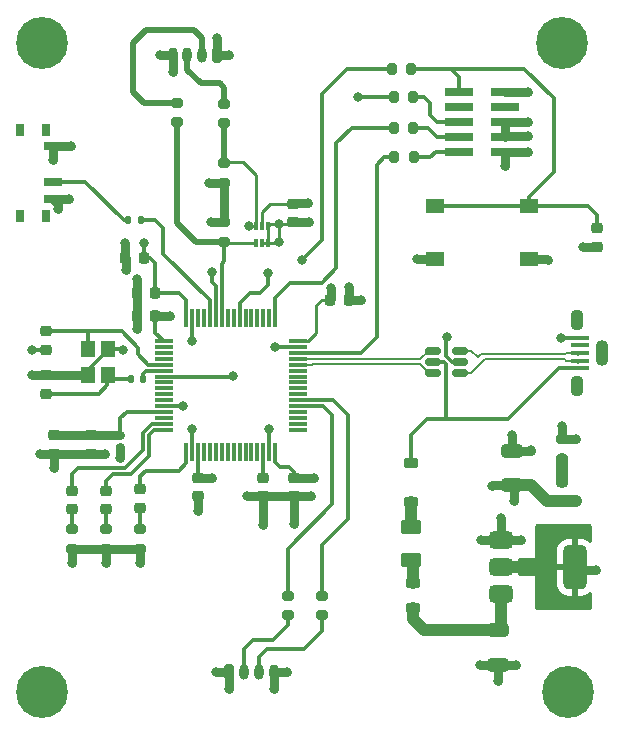
<source format=gbr>
%TF.GenerationSoftware,KiCad,Pcbnew,9.0.0*%
%TF.CreationDate,2025-03-16T21:38:05-04:00*%
%TF.ProjectId,STM32_Dev_Board,53544d33-325f-4446-9576-5f426f617264,rev?*%
%TF.SameCoordinates,Original*%
%TF.FileFunction,Copper,L1,Top*%
%TF.FilePolarity,Positive*%
%FSLAX46Y46*%
G04 Gerber Fmt 4.6, Leading zero omitted, Abs format (unit mm)*
G04 Created by KiCad (PCBNEW 9.0.0) date 2025-03-16 21:38:05*
%MOMM*%
%LPD*%
G01*
G04 APERTURE LIST*
G04 Aperture macros list*
%AMRoundRect*
0 Rectangle with rounded corners*
0 $1 Rounding radius*
0 $2 $3 $4 $5 $6 $7 $8 $9 X,Y pos of 4 corners*
0 Add a 4 corners polygon primitive as box body*
4,1,4,$2,$3,$4,$5,$6,$7,$8,$9,$2,$3,0*
0 Add four circle primitives for the rounded corners*
1,1,$1+$1,$2,$3*
1,1,$1+$1,$4,$5*
1,1,$1+$1,$6,$7*
1,1,$1+$1,$8,$9*
0 Add four rect primitives between the rounded corners*
20,1,$1+$1,$2,$3,$4,$5,0*
20,1,$1+$1,$4,$5,$6,$7,0*
20,1,$1+$1,$6,$7,$8,$9,0*
20,1,$1+$1,$8,$9,$2,$3,0*%
G04 Aperture macros list end*
%TA.AperFunction,SMDPad,CuDef*%
%ADD10RoundRect,0.200000X-0.275000X0.200000X-0.275000X-0.200000X0.275000X-0.200000X0.275000X0.200000X0*%
%TD*%
%TA.AperFunction,SMDPad,CuDef*%
%ADD11RoundRect,0.225000X0.225000X0.250000X-0.225000X0.250000X-0.225000X-0.250000X0.225000X-0.250000X0*%
%TD*%
%TA.AperFunction,ComponentPad*%
%ADD12C,0.700000*%
%TD*%
%TA.AperFunction,ComponentPad*%
%ADD13C,4.400000*%
%TD*%
%TA.AperFunction,SMDPad,CuDef*%
%ADD14RoundRect,0.225000X-0.250000X0.225000X-0.250000X-0.225000X0.250000X-0.225000X0.250000X0.225000X0*%
%TD*%
%TA.AperFunction,SMDPad,CuDef*%
%ADD15RoundRect,0.135000X0.135000X0.185000X-0.135000X0.185000X-0.135000X-0.185000X0.135000X-0.185000X0*%
%TD*%
%TA.AperFunction,SMDPad,CuDef*%
%ADD16RoundRect,0.075000X-0.700000X-0.075000X0.700000X-0.075000X0.700000X0.075000X-0.700000X0.075000X0*%
%TD*%
%TA.AperFunction,SMDPad,CuDef*%
%ADD17RoundRect,0.075000X-0.075000X-0.700000X0.075000X-0.700000X0.075000X0.700000X-0.075000X0.700000X0*%
%TD*%
%TA.AperFunction,SMDPad,CuDef*%
%ADD18RoundRect,0.218750X0.256250X-0.218750X0.256250X0.218750X-0.256250X0.218750X-0.256250X-0.218750X0*%
%TD*%
%TA.AperFunction,SMDPad,CuDef*%
%ADD19RoundRect,0.250000X-0.625000X0.375000X-0.625000X-0.375000X0.625000X-0.375000X0.625000X0.375000X0*%
%TD*%
%TA.AperFunction,SMDPad,CuDef*%
%ADD20RoundRect,0.225000X0.375000X-0.225000X0.375000X0.225000X-0.375000X0.225000X-0.375000X-0.225000X0*%
%TD*%
%TA.AperFunction,SMDPad,CuDef*%
%ADD21RoundRect,0.200000X0.275000X-0.200000X0.275000X0.200000X-0.275000X0.200000X-0.275000X-0.200000X0*%
%TD*%
%TA.AperFunction,SMDPad,CuDef*%
%ADD22RoundRect,0.087500X0.087500X-0.250000X0.087500X0.250000X-0.087500X0.250000X-0.087500X-0.250000X0*%
%TD*%
%TA.AperFunction,SMDPad,CuDef*%
%ADD23R,1.550000X1.300000*%
%TD*%
%TA.AperFunction,ComponentPad*%
%ADD24RoundRect,0.200000X-0.200000X-0.450000X0.200000X-0.450000X0.200000X0.450000X-0.200000X0.450000X0*%
%TD*%
%TA.AperFunction,ComponentPad*%
%ADD25O,0.800000X1.300000*%
%TD*%
%TA.AperFunction,SMDPad,CuDef*%
%ADD26RoundRect,0.375000X-0.625000X-0.375000X0.625000X-0.375000X0.625000X0.375000X-0.625000X0.375000X0*%
%TD*%
%TA.AperFunction,SMDPad,CuDef*%
%ADD27RoundRect,0.500000X-0.500000X-1.400000X0.500000X-1.400000X0.500000X1.400000X-0.500000X1.400000X0*%
%TD*%
%TA.AperFunction,SMDPad,CuDef*%
%ADD28RoundRect,0.200000X0.200000X0.275000X-0.200000X0.275000X-0.200000X-0.275000X0.200000X-0.275000X0*%
%TD*%
%TA.AperFunction,SMDPad,CuDef*%
%ADD29RoundRect,0.218750X-0.256250X0.218750X-0.256250X-0.218750X0.256250X-0.218750X0.256250X0.218750X0*%
%TD*%
%TA.AperFunction,SMDPad,CuDef*%
%ADD30RoundRect,0.150000X0.512500X0.150000X-0.512500X0.150000X-0.512500X-0.150000X0.512500X-0.150000X0*%
%TD*%
%TA.AperFunction,SMDPad,CuDef*%
%ADD31RoundRect,0.147500X0.172500X-0.147500X0.172500X0.147500X-0.172500X0.147500X-0.172500X-0.147500X0*%
%TD*%
%TA.AperFunction,SMDPad,CuDef*%
%ADD32R,1.500000X0.450000*%
%TD*%
%TA.AperFunction,HeatsinkPad*%
%ADD33O,1.100000X1.800000*%
%TD*%
%TA.AperFunction,HeatsinkPad*%
%ADD34O,1.100000X2.200000*%
%TD*%
%TA.AperFunction,SMDPad,CuDef*%
%ADD35RoundRect,0.250000X-0.650000X0.325000X-0.650000X-0.325000X0.650000X-0.325000X0.650000X0.325000X0*%
%TD*%
%TA.AperFunction,ComponentPad*%
%ADD36RoundRect,0.200000X0.200000X0.450000X-0.200000X0.450000X-0.200000X-0.450000X0.200000X-0.450000X0*%
%TD*%
%TA.AperFunction,SMDPad,CuDef*%
%ADD37RoundRect,0.218750X-0.381250X0.218750X-0.381250X-0.218750X0.381250X-0.218750X0.381250X0.218750X0*%
%TD*%
%TA.AperFunction,SMDPad,CuDef*%
%ADD38R,2.400000X0.740000*%
%TD*%
%TA.AperFunction,SMDPad,CuDef*%
%ADD39RoundRect,0.250000X0.650000X-0.325000X0.650000X0.325000X-0.650000X0.325000X-0.650000X-0.325000X0*%
%TD*%
%TA.AperFunction,SMDPad,CuDef*%
%ADD40RoundRect,0.225000X0.250000X-0.225000X0.250000X0.225000X-0.250000X0.225000X-0.250000X-0.225000X0*%
%TD*%
%TA.AperFunction,SMDPad,CuDef*%
%ADD41R,0.800000X1.000000*%
%TD*%
%TA.AperFunction,SMDPad,CuDef*%
%ADD42R,1.500000X0.700000*%
%TD*%
%TA.AperFunction,SMDPad,CuDef*%
%ADD43R,1.200000X1.400000*%
%TD*%
%TA.AperFunction,SMDPad,CuDef*%
%ADD44RoundRect,0.225000X-0.225000X-0.250000X0.225000X-0.250000X0.225000X0.250000X-0.225000X0.250000X0*%
%TD*%
%TA.AperFunction,ViaPad*%
%ADD45C,0.800000*%
%TD*%
%TA.AperFunction,Conductor*%
%ADD46C,0.300000*%
%TD*%
%TA.AperFunction,Conductor*%
%ADD47C,0.750000*%
%TD*%
%TA.AperFunction,Conductor*%
%ADD48C,0.250000*%
%TD*%
%TA.AperFunction,Conductor*%
%ADD49C,1.000000*%
%TD*%
%TA.AperFunction,Conductor*%
%ADD50C,0.200000*%
%TD*%
%TA.AperFunction,Conductor*%
%ADD51C,0.500000*%
%TD*%
G04 APERTURE END LIST*
D10*
%TO.P,R5,1*%
%TO.N,Net-(D1-K)*%
X121500000Y-128187500D03*
%TO.P,R5,2*%
%TO.N,GND*%
X121500000Y-129837500D03*
%TD*%
D11*
%TO.P,C7,1*%
%TO.N,+3.3V*%
X128575000Y-108200000D03*
%TO.P,C7,2*%
%TO.N,GND*%
X127025000Y-108200000D03*
%TD*%
D12*
%TO.P,H4,1,1*%
%TO.N,GND*%
X161850000Y-142000000D03*
X162333274Y-140833274D03*
X162333274Y-143166726D03*
X163500000Y-140350000D03*
D13*
X163500000Y-142000000D03*
D12*
X163500000Y-143650000D03*
X164666726Y-140833274D03*
X164666726Y-143166726D03*
X165150000Y-142000000D03*
%TD*%
D14*
%TO.P,C11,1*%
%TO.N,+3.3VA*%
X120000000Y-120225000D03*
%TO.P,C11,2*%
%TO.N,GND*%
X120000000Y-121775000D03*
%TD*%
D10*
%TO.P,R2,1*%
%TO.N,+3.3V*%
X134400000Y-102175000D03*
%TO.P,R2,2*%
%TO.N,I2C_SCL*%
X134400000Y-103825000D03*
%TD*%
D15*
%TO.P,R4,1*%
%TO.N,HSE_OUT*%
X127510000Y-115500000D03*
%TO.P,R4,2*%
%TO.N,Net-(C13-Pad1)*%
X126490000Y-115500000D03*
%TD*%
D16*
%TO.P,U5,1,VBAT*%
%TO.N,+3.3V*%
X129275000Y-112250000D03*
%TO.P,U5,2,PC13*%
%TO.N,unconnected-(U5-PC13-Pad2)*%
X129275000Y-112750000D03*
%TO.P,U5,3,PC14*%
%TO.N,unconnected-(U5-PC14-Pad3)*%
X129275000Y-113250000D03*
%TO.P,U5,4,PC15*%
%TO.N,unconnected-(U5-PC15-Pad4)*%
X129275000Y-113750000D03*
%TO.P,U5,5,PH0*%
%TO.N,HSE_IN*%
X129275000Y-114250000D03*
%TO.P,U5,6,PH1*%
%TO.N,HSE_OUT*%
X129275000Y-114750000D03*
%TO.P,U5,7,NRST*%
%TO.N,NRST*%
X129275000Y-115250000D03*
%TO.P,U5,8,PC0*%
%TO.N,unconnected-(U5-PC0-Pad8)*%
X129275000Y-115750000D03*
%TO.P,U5,9,PC1*%
%TO.N,unconnected-(U5-PC1-Pad9)*%
X129275000Y-116250000D03*
%TO.P,U5,10,PC2*%
%TO.N,unconnected-(U5-PC2-Pad10)*%
X129275000Y-116750000D03*
%TO.P,U5,11,PC3*%
%TO.N,unconnected-(U5-PC3-Pad11)*%
X129275000Y-117250000D03*
%TO.P,U5,12,VSSA*%
%TO.N,GND*%
X129275000Y-117750000D03*
%TO.P,U5,13,VDDA*%
%TO.N,+3.3VA*%
X129275000Y-118250000D03*
%TO.P,U5,14,PA0*%
%TO.N,unconnected-(U5-PA0-Pad14)*%
X129275000Y-118750000D03*
%TO.P,U5,15,PA1*%
%TO.N,LED_R*%
X129275000Y-119250000D03*
%TO.P,U5,16,PA2*%
%TO.N,LED_G*%
X129275000Y-119750000D03*
D17*
%TO.P,U5,17,PA3*%
%TO.N,LED_B*%
X131200000Y-121675000D03*
%TO.P,U5,18,VSS*%
%TO.N,GND*%
X131700000Y-121675000D03*
%TO.P,U5,19,VDD*%
%TO.N,+3.3V*%
X132200000Y-121675000D03*
%TO.P,U5,20,PA4*%
%TO.N,unconnected-(U5-PA4-Pad20)*%
X132700000Y-121675000D03*
%TO.P,U5,21,PA5*%
%TO.N,unconnected-(U5-PA5-Pad21)*%
X133200000Y-121675000D03*
%TO.P,U5,22,PA6*%
%TO.N,unconnected-(U5-PA6-Pad22)*%
X133700000Y-121675000D03*
%TO.P,U5,23,PA7*%
%TO.N,unconnected-(U5-PA7-Pad23)*%
X134200000Y-121675000D03*
%TO.P,U5,24,PC4*%
%TO.N,unconnected-(U5-PC4-Pad24)*%
X134700000Y-121675000D03*
%TO.P,U5,25,PC5*%
%TO.N,unconnected-(U5-PC5-Pad25)*%
X135200000Y-121675000D03*
%TO.P,U5,26,PB0*%
%TO.N,unconnected-(U5-PB0-Pad26)*%
X135700000Y-121675000D03*
%TO.P,U5,27,PB1*%
%TO.N,unconnected-(U5-PB1-Pad27)*%
X136200000Y-121675000D03*
%TO.P,U5,28,PB2*%
%TO.N,unconnected-(U5-PB2-Pad28)*%
X136700000Y-121675000D03*
%TO.P,U5,29,PB10*%
%TO.N,unconnected-(U5-PB10-Pad29)*%
X137200000Y-121675000D03*
%TO.P,U5,30,VCAP1*%
%TO.N,Net-(U5-VCAP1)*%
X137700000Y-121675000D03*
%TO.P,U5,31,VSS*%
%TO.N,GND*%
X138200000Y-121675000D03*
%TO.P,U5,32,VDD*%
%TO.N,+3.3V*%
X138700000Y-121675000D03*
D16*
%TO.P,U5,33,PB12*%
%TO.N,unconnected-(U5-PB12-Pad33)*%
X140625000Y-119750000D03*
%TO.P,U5,34,PB13*%
%TO.N,unconnected-(U5-PB13-Pad34)*%
X140625000Y-119250000D03*
%TO.P,U5,35,PB14*%
%TO.N,unconnected-(U5-PB14-Pad35)*%
X140625000Y-118750000D03*
%TO.P,U5,36,PB15*%
%TO.N,unconnected-(U5-PB15-Pad36)*%
X140625000Y-118250000D03*
%TO.P,U5,37,PC6*%
%TO.N,USART1_TX*%
X140625000Y-117750000D03*
%TO.P,U5,38,PC7*%
%TO.N,USART1_RX*%
X140625000Y-117250000D03*
%TO.P,U5,39,PC8*%
%TO.N,unconnected-(U5-PC8-Pad39)*%
X140625000Y-116750000D03*
%TO.P,U5,40,PC9*%
%TO.N,unconnected-(U5-PC9-Pad40)*%
X140625000Y-116250000D03*
%TO.P,U5,41,PA8*%
%TO.N,unconnected-(U5-PA8-Pad41)*%
X140625000Y-115750000D03*
%TO.P,U5,42,PA9*%
%TO.N,unconnected-(U5-PA9-Pad42)*%
X140625000Y-115250000D03*
%TO.P,U5,43,PA10*%
%TO.N,unconnected-(U5-PA10-Pad43)*%
X140625000Y-114750000D03*
%TO.P,U5,44,PA11*%
%TO.N,USB_D-*%
X140625000Y-114250000D03*
%TO.P,U5,45,PA12*%
%TO.N,USB_D+*%
X140625000Y-113750000D03*
%TO.P,U5,46,PA13*%
%TO.N,SWDIO*%
X140625000Y-113250000D03*
%TO.P,U5,47,VSS*%
%TO.N,GND*%
X140625000Y-112750000D03*
%TO.P,U5,48,VDD*%
%TO.N,+3.3V*%
X140625000Y-112250000D03*
D17*
%TO.P,U5,49,PA14*%
%TO.N,SWCLK*%
X138700000Y-110325000D03*
%TO.P,U5,50,PA15*%
%TO.N,unconnected-(U5-PA15-Pad50)*%
X138200000Y-110325000D03*
%TO.P,U5,51,PC10*%
%TO.N,unconnected-(U5-PC10-Pad51)*%
X137700000Y-110325000D03*
%TO.P,U5,52,PC11*%
%TO.N,unconnected-(U5-PC11-Pad52)*%
X137200000Y-110325000D03*
%TO.P,U5,53,PC12*%
%TO.N,unconnected-(U5-PC12-Pad53)*%
X136700000Y-110325000D03*
%TO.P,U5,54,PD2*%
%TO.N,unconnected-(U5-PD2-Pad54)*%
X136200000Y-110325000D03*
%TO.P,U5,55,PB3*%
%TO.N,SWO*%
X135700000Y-110325000D03*
%TO.P,U5,56,PB4*%
%TO.N,unconnected-(U5-PB4-Pad56)*%
X135200000Y-110325000D03*
%TO.P,U5,57,PB5*%
%TO.N,unconnected-(U5-PB5-Pad57)*%
X134700000Y-110325000D03*
%TO.P,U5,58,PB6*%
%TO.N,I2C_SCL*%
X134200000Y-110325000D03*
%TO.P,U5,59,PB7*%
%TO.N,I2C_SDA*%
X133700000Y-110325000D03*
%TO.P,U5,60,BOOT0*%
%TO.N,BOOT0*%
X133200000Y-110325000D03*
%TO.P,U5,61,PB8*%
%TO.N,unconnected-(U5-PB8-Pad61)*%
X132700000Y-110325000D03*
%TO.P,U5,62,PB9*%
%TO.N,unconnected-(U5-PB9-Pad62)*%
X132200000Y-110325000D03*
%TO.P,U5,63,VSS*%
%TO.N,GND*%
X131700000Y-110325000D03*
%TO.P,U5,64,VDD*%
%TO.N,+3.3V*%
X131200000Y-110325000D03*
%TD*%
D18*
%TO.P,D1,1,K*%
%TO.N,Net-(D1-K)*%
X121500000Y-126500000D03*
%TO.P,D1,2,A*%
%TO.N,LED_R*%
X121500000Y-124925000D03*
%TD*%
D15*
%TO.P,R3,1*%
%TO.N,BOOT0*%
X127310000Y-102000000D03*
%TO.P,R3,2*%
%TO.N,Net-(SW1-B)*%
X126290000Y-102000000D03*
%TD*%
D10*
%TO.P,R16,1*%
%TO.N,USART1_RX*%
X142700000Y-133800000D03*
%TO.P,R16,2*%
%TO.N,Net-(J4-Pin_3)*%
X142700000Y-135450000D03*
%TD*%
D19*
%TO.P,F1,1*%
%TO.N,Net-(D2-K)*%
X150250000Y-128000000D03*
%TO.P,F1,2*%
%TO.N,Net-(F1-Pad2)*%
X150250000Y-130800000D03*
%TD*%
D20*
%TO.P,D2,1,K*%
%TO.N,Net-(D2-K)*%
X150200000Y-125850000D03*
%TO.P,D2,2,A*%
%TO.N,+5V*%
X150200000Y-122550000D03*
%TD*%
D21*
%TO.P,R11,1*%
%TO.N,I2C_SCL*%
X130400000Y-93725000D03*
%TO.P,R11,2*%
%TO.N,Net-(J3-Pin_2)*%
X130400000Y-92075000D03*
%TD*%
D22*
%TO.P,U2,1,SCL*%
%TO.N,I2C_SCL*%
X137100000Y-103912500D03*
%TO.P,U2,2,GND*%
%TO.N,GND*%
X137600000Y-103912500D03*
%TO.P,U2,3,ALERT*%
X138100000Y-103912500D03*
%TO.P,U2,4,ADD0*%
X138100000Y-102487500D03*
%TO.P,U2,5,V+*%
%TO.N,+3.3V*%
X137600000Y-102487500D03*
%TO.P,U2,6,SDA*%
%TO.N,I2C_SDA*%
X137100000Y-102487500D03*
%TD*%
D23*
%TO.P,SW2,1,1*%
%TO.N,GND*%
X160175000Y-105320000D03*
X152225000Y-105320000D03*
%TO.P,SW2,2,2*%
%TO.N,Net-(J1-Pin_10)*%
X160175000Y-100820000D03*
X152225000Y-100820000D03*
%TD*%
D21*
%TO.P,R12,1*%
%TO.N,I2C_SDA*%
X134400000Y-93825000D03*
%TO.P,R12,2*%
%TO.N,Net-(J3-Pin_3)*%
X134400000Y-92175000D03*
%TD*%
D24*
%TO.P,J4,1,Pin_1*%
%TO.N,+3.3V*%
X134825000Y-140300000D03*
D25*
%TO.P,J4,2,Pin_2*%
%TO.N,Net-(J4-Pin_2)*%
X136075000Y-140300000D03*
%TO.P,J4,3,Pin_3*%
%TO.N,Net-(J4-Pin_3)*%
X137325000Y-140300000D03*
%TO.P,J4,4,Pin_4*%
%TO.N,GND*%
X138575000Y-140300000D03*
%TD*%
D14*
%TO.P,C14,1*%
%TO.N,Net-(J1-Pin_10)*%
X166000000Y-102695000D03*
%TO.P,C14,2*%
%TO.N,GND*%
X166000000Y-104245000D03*
%TD*%
D10*
%TO.P,R13,1*%
%TO.N,Net-(D5-K)*%
X127300000Y-128175000D03*
%TO.P,R13,2*%
%TO.N,GND*%
X127300000Y-129825000D03*
%TD*%
%TO.P,R15,1*%
%TO.N,USART1_TX*%
X139800000Y-133800000D03*
%TO.P,R15,2*%
%TO.N,Net-(J4-Pin_2)*%
X139800000Y-135450000D03*
%TD*%
D14*
%TO.P,C17,1*%
%TO.N,Net-(U5-VCAP1)*%
X137700000Y-123825000D03*
%TO.P,C17,2*%
%TO.N,GND*%
X137700000Y-125375000D03*
%TD*%
D26*
%TO.P,U3,1,GND*%
%TO.N,GND*%
X157800000Y-129100000D03*
%TO.P,U3,2,VO*%
%TO.N,+3.3V*%
X157800000Y-131400000D03*
D27*
X164100000Y-131400000D03*
D26*
%TO.P,U3,3,VI*%
%TO.N,Net-(U3-VI)*%
X157800000Y-133700000D03*
%TD*%
D28*
%TO.P,R6,1*%
%TO.N,Net-(J1-Pin_2)*%
X150425000Y-96670000D03*
%TO.P,R6,2*%
%TO.N,SWDIO*%
X148775000Y-96670000D03*
%TD*%
%TO.P,R7,1*%
%TO.N,Net-(J1-Pin_4)*%
X150400000Y-94170000D03*
%TO.P,R7,2*%
%TO.N,SWCLK*%
X148750000Y-94170000D03*
%TD*%
D29*
%TO.P,D4,1,K*%
%TO.N,Net-(D4-K)*%
X163000000Y-124212500D03*
%TO.P,D4,2,A*%
%TO.N,+3.3V*%
X163000000Y-125787500D03*
%TD*%
D14*
%TO.P,C10,1*%
%TO.N,+3.3VA*%
X123100000Y-120225000D03*
%TO.P,C10,2*%
%TO.N,GND*%
X123100000Y-121775000D03*
%TD*%
D12*
%TO.P,H1,1,1*%
%TO.N,GND*%
X117350000Y-142000000D03*
X117833274Y-140833274D03*
X117833274Y-143166726D03*
X119000000Y-140350000D03*
D13*
X119000000Y-142000000D03*
D12*
X119000000Y-143650000D03*
X120166726Y-140833274D03*
X120166726Y-143166726D03*
X120650000Y-142000000D03*
%TD*%
D30*
%TO.P,U4,1,I/O1*%
%TO.N,USB_CONN_D-*%
X154337500Y-114950000D03*
%TO.P,U4,2,GND*%
%TO.N,GND*%
X154337500Y-114000000D03*
%TO.P,U4,3,I/O2*%
%TO.N,USB_CONN_D+*%
X154337500Y-113050000D03*
%TO.P,U4,4,I/O2*%
%TO.N,USB_D+*%
X152062500Y-113050000D03*
%TO.P,U4,5,VBUS*%
%TO.N,+5V*%
X152062500Y-114000000D03*
%TO.P,U4,6,I/O1*%
%TO.N,USB_D-*%
X152062500Y-114950000D03*
%TD*%
D12*
%TO.P,H2,1,1*%
%TO.N,GND*%
X161350000Y-87000000D03*
X161833274Y-85833274D03*
X161833274Y-88166726D03*
X163000000Y-85350000D03*
D13*
X163000000Y-87000000D03*
D12*
X163000000Y-88650000D03*
X164166726Y-85833274D03*
X164166726Y-88166726D03*
X164650000Y-87000000D03*
%TD*%
D31*
%TO.P,L1,1*%
%TO.N,+3.3V*%
X125600000Y-121185000D03*
%TO.P,L1,2*%
%TO.N,+3.3VA*%
X125600000Y-120215000D03*
%TD*%
D28*
%TO.P,R8,1*%
%TO.N,Net-(J1-Pin_6)*%
X150400000Y-91570000D03*
%TO.P,R8,2*%
%TO.N,SWO*%
X148750000Y-91570000D03*
%TD*%
D32*
%TO.P,J2,1,VBUS*%
%TO.N,+5V*%
X164500000Y-114550000D03*
%TO.P,J2,2,D-*%
%TO.N,USB_CONN_D-*%
X164500000Y-113900000D03*
%TO.P,J2,3,D+*%
%TO.N,USB_CONN_D+*%
X164500000Y-113250000D03*
%TO.P,J2,4,ID*%
%TO.N,unconnected-(J2-ID-Pad4)*%
X164500000Y-112600000D03*
%TO.P,J2,5,GND*%
%TO.N,GND*%
X164500000Y-111950000D03*
D33*
%TO.P,J2,6,Shield*%
%TO.N,unconnected-(J2-Shield-Pad6)_1*%
X164250000Y-116050000D03*
D34*
%TO.N,unconnected-(J2-Shield-Pad6)_2*%
X166400000Y-113250000D03*
D33*
%TO.N,unconnected-(J2-Shield-Pad6)*%
X164250000Y-110450000D03*
%TD*%
D14*
%TO.P,C12,1*%
%TO.N,+3.3V*%
X140200000Y-100625000D03*
%TO.P,C12,2*%
%TO.N,GND*%
X140200000Y-102175000D03*
%TD*%
D35*
%TO.P,C15,1*%
%TO.N,Net-(U3-VI)*%
X157600000Y-136725000D03*
%TO.P,C15,2*%
%TO.N,GND*%
X157600000Y-139675000D03*
%TD*%
D36*
%TO.P,J3,1,Pin_1*%
%TO.N,+3.3V*%
X133775000Y-88000000D03*
D25*
%TO.P,J3,2,Pin_2*%
%TO.N,Net-(J3-Pin_2)*%
X132525000Y-88000000D03*
%TO.P,J3,3,Pin_3*%
%TO.N,Net-(J3-Pin_3)*%
X131275000Y-88000000D03*
%TO.P,J3,4,Pin_4*%
%TO.N,GND*%
X130025000Y-88000000D03*
%TD*%
D37*
%TO.P,FB1,1*%
%TO.N,Net-(F1-Pad2)*%
X150400000Y-132737500D03*
%TO.P,FB1,2*%
%TO.N,Net-(U3-VI)*%
X150400000Y-134862500D03*
%TD*%
D38*
%TO.P,J1,1,Pin_1*%
%TO.N,+3.3V*%
X158150000Y-96210000D03*
%TO.P,J1,2,Pin_2*%
%TO.N,Net-(J1-Pin_2)*%
X154250000Y-96210000D03*
%TO.P,J1,3,Pin_3*%
%TO.N,GND*%
X158150000Y-94940000D03*
%TO.P,J1,4,Pin_4*%
%TO.N,Net-(J1-Pin_4)*%
X154250000Y-94940000D03*
%TO.P,J1,5,Pin_5*%
%TO.N,GND*%
X158150000Y-93670000D03*
%TO.P,J1,6,Pin_6*%
%TO.N,Net-(J1-Pin_6)*%
X154250000Y-93670000D03*
%TO.P,J1,7,Pin_7*%
%TO.N,unconnected-(J1-Pin_7-Pad7)*%
X158150000Y-92400000D03*
%TO.P,J1,8,Pin_8*%
%TO.N,unconnected-(J1-Pin_8-Pad8)*%
X154250000Y-92400000D03*
%TO.P,J1,9,Pin_9*%
%TO.N,GND*%
X158150000Y-91130000D03*
%TO.P,J1,10,Pin_10*%
%TO.N,Net-(J1-Pin_10)*%
X154250000Y-91130000D03*
%TD*%
D11*
%TO.P,C8,1*%
%TO.N,+3.3V*%
X128575000Y-110100000D03*
%TO.P,C8,2*%
%TO.N,GND*%
X127025000Y-110100000D03*
%TD*%
D39*
%TO.P,C16,1*%
%TO.N,+3.3V*%
X158800000Y-124475000D03*
%TO.P,C16,2*%
%TO.N,GND*%
X158800000Y-121525000D03*
%TD*%
D21*
%TO.P,R14,1*%
%TO.N,Net-(D4-K)*%
X163000000Y-122225000D03*
%TO.P,R14,2*%
%TO.N,GND*%
X163000000Y-120575000D03*
%TD*%
D14*
%TO.P,C5,1*%
%TO.N,+3.3V*%
X140300000Y-123825000D03*
%TO.P,C5,2*%
%TO.N,GND*%
X140300000Y-125375000D03*
%TD*%
%TO.P,C9,1*%
%TO.N,HSE_IN*%
X119300000Y-111425000D03*
%TO.P,C9,2*%
%TO.N,GND*%
X119300000Y-112975000D03*
%TD*%
D18*
%TO.P,D3,1,K*%
%TO.N,Net-(D3-K)*%
X124400000Y-126487500D03*
%TO.P,D3,2,A*%
%TO.N,LED_G*%
X124400000Y-124912500D03*
%TD*%
D12*
%TO.P,H3,1,1*%
%TO.N,GND*%
X117350000Y-87000000D03*
X117833274Y-85833274D03*
X117833274Y-88166726D03*
X119000000Y-85350000D03*
D13*
X119000000Y-87000000D03*
D12*
X119000000Y-88650000D03*
X120166726Y-85833274D03*
X120166726Y-88166726D03*
X120650000Y-87000000D03*
%TD*%
D11*
%TO.P,C1,1*%
%TO.N,+3.3V*%
X127575000Y-105200000D03*
%TO.P,C1,2*%
%TO.N,GND*%
X126025000Y-105200000D03*
%TD*%
D28*
%TO.P,R9,1*%
%TO.N,Net-(J1-Pin_10)*%
X150250000Y-89200000D03*
%TO.P,R9,2*%
%TO.N,NRST*%
X148600000Y-89200000D03*
%TD*%
D18*
%TO.P,D5,1,K*%
%TO.N,Net-(D5-K)*%
X127300000Y-126387500D03*
%TO.P,D5,2,A*%
%TO.N,LED_B*%
X127300000Y-124812500D03*
%TD*%
D40*
%TO.P,C13,1*%
%TO.N,Net-(C13-Pad1)*%
X119300000Y-116700000D03*
%TO.P,C13,2*%
%TO.N,GND*%
X119300000Y-115150000D03*
%TD*%
D41*
%TO.P,SW1,*%
%TO.N,*%
X119280000Y-94350000D03*
X117070000Y-94350000D03*
X119280000Y-101650000D03*
X117070000Y-101650000D03*
D42*
%TO.P,SW1,1,A*%
%TO.N,+3.3V*%
X119930000Y-95750000D03*
%TO.P,SW1,2,B*%
%TO.N,Net-(SW1-B)*%
X119930000Y-98750000D03*
%TO.P,SW1,3,C*%
%TO.N,GND*%
X119930000Y-100250000D03*
%TD*%
D21*
%TO.P,R1,1*%
%TO.N,+3.3V*%
X134400000Y-98825000D03*
%TO.P,R1,2*%
%TO.N,I2C_SDA*%
X134400000Y-97175000D03*
%TD*%
D43*
%TO.P,Y1,1,1*%
%TO.N,HSE_IN*%
X122850000Y-112900000D03*
%TO.P,Y1,2,2*%
%TO.N,GND*%
X122850000Y-115100000D03*
%TO.P,Y1,3,3*%
%TO.N,Net-(C13-Pad1)*%
X124550000Y-115100000D03*
%TO.P,Y1,4,4*%
%TO.N,GND*%
X124550000Y-112900000D03*
%TD*%
D14*
%TO.P,C3,1*%
%TO.N,+3.3V*%
X132200000Y-123825000D03*
%TO.P,C3,2*%
%TO.N,GND*%
X132200000Y-125375000D03*
%TD*%
D10*
%TO.P,R10,1*%
%TO.N,Net-(D3-K)*%
X124400000Y-128175000D03*
%TO.P,R10,2*%
%TO.N,GND*%
X124400000Y-129825000D03*
%TD*%
D44*
%TO.P,C6,1*%
%TO.N,+3.3V*%
X143375000Y-108750000D03*
%TO.P,C6,2*%
%TO.N,GND*%
X144925000Y-108750000D03*
%TD*%
D45*
%TO.N,GND*%
X118825000Y-121775000D03*
X121500000Y-131000000D03*
X139700000Y-140300000D03*
X160100000Y-93700000D03*
X159500000Y-129100000D03*
X130900000Y-117750000D03*
X156025000Y-139675000D03*
X150700000Y-105300000D03*
X157600000Y-141000000D03*
X127025000Y-111225000D03*
X164800000Y-104300000D03*
X138200000Y-119700000D03*
X157800000Y-127200000D03*
X158800000Y-120200000D03*
X125850000Y-113000000D03*
X153250000Y-111900000D03*
X160100000Y-94900000D03*
X141775000Y-125375000D03*
X124275000Y-121775000D03*
X129000000Y-88000000D03*
X126050000Y-106200000D03*
X136300000Y-125375000D03*
X131700000Y-119675000D03*
X124400000Y-131000000D03*
X137675000Y-127800000D03*
X132200000Y-126600000D03*
X138675000Y-112750000D03*
X144950000Y-107700000D03*
X138575000Y-141675000D03*
X160100000Y-91150000D03*
X163000000Y-119400000D03*
X160400000Y-121500000D03*
X120000000Y-123000000D03*
X130025000Y-89425000D03*
X164175000Y-120575000D03*
X159075000Y-139675000D03*
X139050000Y-103900000D03*
X162900000Y-111950000D03*
X127025000Y-107025000D03*
X140275000Y-127775000D03*
X126025000Y-103925000D03*
X131700000Y-112225000D03*
X118150000Y-115150000D03*
X156100000Y-129100000D03*
X146000000Y-108750000D03*
X127300000Y-131000000D03*
X161800000Y-105400000D03*
X121250000Y-100250000D03*
X118100000Y-113000000D03*
X141550000Y-102150000D03*
X139050000Y-102350000D03*
X120300000Y-101100000D03*
%TO.N,+3.3V*%
X134800000Y-88000000D03*
X133150000Y-98850000D03*
X161750000Y-133500000D03*
X160100000Y-96200000D03*
X141500000Y-100600000D03*
X164100000Y-134100000D03*
X129800000Y-110100000D03*
X165900000Y-131600000D03*
X119900000Y-96900000D03*
X162750000Y-134000000D03*
X157100000Y-124500000D03*
X161750000Y-129750000D03*
X133700000Y-140300000D03*
X143400000Y-107750000D03*
X142000000Y-123825000D03*
X125600000Y-122150000D03*
X133775000Y-86600000D03*
X158900000Y-125800000D03*
X161750000Y-131000000D03*
X164187500Y-125787500D03*
X133400000Y-123800000D03*
X121450000Y-95750000D03*
X160250000Y-131250000D03*
X161750000Y-132250000D03*
X127600000Y-103950000D03*
X161750000Y-128500000D03*
X133237500Y-102175000D03*
X158150000Y-97450000D03*
X134825000Y-141725000D03*
%TO.N,I2C_SDA*%
X133350000Y-106400000D03*
X136500000Y-102500000D03*
%TO.N,SWO*%
X145700000Y-91600000D03*
X138100000Y-106450000D03*
%TO.N,NRST*%
X135100000Y-115200000D03*
X141000000Y-105400000D03*
%TD*%
D46*
%TO.N,GND*%
X119300000Y-113000000D02*
X118100000Y-113000000D01*
D47*
X146000000Y-108750000D02*
X144925000Y-108750000D01*
D46*
X119300000Y-113000000D02*
X119350000Y-113050000D01*
X153200000Y-113524999D02*
X153200000Y-111950000D01*
D47*
X157800000Y-129100000D02*
X157800000Y-127200000D01*
X119350000Y-115100000D02*
X119300000Y-115150000D01*
X158150000Y-91130000D02*
X160080000Y-91130000D01*
D46*
X124550000Y-112900000D02*
X124550000Y-113000000D01*
D47*
X164175000Y-120575000D02*
X163000000Y-120575000D01*
X121500000Y-129837500D02*
X124387500Y-129837500D01*
X157600000Y-139675000D02*
X157600000Y-141000000D01*
X130025000Y-89425000D02*
X130025000Y-88000000D01*
X160375000Y-121525000D02*
X160400000Y-121500000D01*
D46*
X119300000Y-112975000D02*
X119300000Y-113000000D01*
D47*
X150720000Y-105320000D02*
X150700000Y-105300000D01*
X144950000Y-107700000D02*
X144950000Y-108725000D01*
X124400000Y-129825000D02*
X124400000Y-131000000D01*
X161800000Y-105400000D02*
X161720000Y-105320000D01*
X119930000Y-100250000D02*
X121250000Y-100250000D01*
X124387500Y-129837500D02*
X124400000Y-129825000D01*
D46*
X130900000Y-117750000D02*
X129325000Y-117750000D01*
X138200000Y-121675000D02*
X138200000Y-119700000D01*
X131700000Y-119675000D02*
X131700000Y-121675000D01*
D48*
X138237500Y-102350000D02*
X138100000Y-102487500D01*
X139050000Y-102350000D02*
X140025000Y-102350000D01*
D47*
X158800000Y-121525000D02*
X160375000Y-121525000D01*
X160100000Y-94900000D02*
X158190000Y-94900000D01*
D48*
X138100000Y-102487500D02*
X138100000Y-103912500D01*
D47*
X129000000Y-88000000D02*
X130025000Y-88000000D01*
X158150000Y-93670000D02*
X160070000Y-93670000D01*
D46*
X131700000Y-112225000D02*
X131700000Y-110325000D01*
D47*
X126050000Y-106200000D02*
X126050000Y-105225000D01*
X158800000Y-121525000D02*
X158800000Y-120200000D01*
D48*
X138100000Y-103912500D02*
X139037500Y-103912500D01*
D47*
X159075000Y-139675000D02*
X157600000Y-139675000D01*
X160080000Y-91130000D02*
X160100000Y-91150000D01*
X120000000Y-121775000D02*
X120000000Y-123000000D01*
X124400000Y-129825000D02*
X127300000Y-129825000D01*
X140300000Y-125375000D02*
X141775000Y-125375000D01*
D46*
X153200000Y-111950000D02*
X153250000Y-111900000D01*
D47*
X126025000Y-103925000D02*
X126025000Y-105200000D01*
D46*
X122850000Y-114700000D02*
X122850000Y-115100000D01*
D48*
X139050000Y-103900000D02*
X139050000Y-102350000D01*
D47*
X122850000Y-115100000D02*
X119350000Y-115100000D01*
X161720000Y-105320000D02*
X160175000Y-105320000D01*
X164855000Y-104245000D02*
X166000000Y-104245000D01*
X137700000Y-127775000D02*
X137675000Y-127800000D01*
X127300000Y-129825000D02*
X127300000Y-131000000D01*
X132200000Y-125375000D02*
X132200000Y-126600000D01*
D48*
X138100000Y-103912500D02*
X137600000Y-103912500D01*
D47*
X163000000Y-120575000D02*
X163000000Y-119400000D01*
X127025000Y-107025000D02*
X127025000Y-108200000D01*
D46*
X124550000Y-112900000D02*
X125750000Y-112900000D01*
D47*
X127025000Y-110100000D02*
X127025000Y-108200000D01*
X127025000Y-111225000D02*
X127025000Y-110100000D01*
X121500000Y-129837500D02*
X121500000Y-131000000D01*
X140225000Y-102150000D02*
X140200000Y-102175000D01*
X164800000Y-104300000D02*
X164855000Y-104245000D01*
X118150000Y-115150000D02*
X119300000Y-115150000D01*
X123100000Y-121775000D02*
X120000000Y-121775000D01*
D46*
X125750000Y-112900000D02*
X125850000Y-113000000D01*
X140625000Y-112750000D02*
X138675000Y-112750000D01*
D47*
X141550000Y-102150000D02*
X140225000Y-102150000D01*
X138575000Y-141675000D02*
X138575000Y-140300000D01*
X118825000Y-121775000D02*
X120000000Y-121775000D01*
D48*
X139037500Y-103912500D02*
X139050000Y-103900000D01*
D47*
X140275000Y-125400000D02*
X140300000Y-125375000D01*
X137700000Y-125375000D02*
X136300000Y-125375000D01*
X152225000Y-105320000D02*
X150720000Y-105320000D01*
X160070000Y-93670000D02*
X160100000Y-93700000D01*
D46*
X124550000Y-113000000D02*
X122850000Y-114700000D01*
D47*
X144950000Y-108725000D02*
X144925000Y-108750000D01*
D46*
X164500000Y-111950000D02*
X162900000Y-111950000D01*
D47*
X138575000Y-140300000D02*
X139700000Y-140300000D01*
X158190000Y-94900000D02*
X158150000Y-94940000D01*
X119930000Y-100250000D02*
X120300000Y-100620000D01*
D46*
X153675001Y-114000000D02*
X153200000Y-113524999D01*
D47*
X157800000Y-129100000D02*
X159500000Y-129100000D01*
X140300000Y-125375000D02*
X137700000Y-125375000D01*
D48*
X139050000Y-102350000D02*
X138237500Y-102350000D01*
D47*
X156100000Y-129100000D02*
X157800000Y-129100000D01*
D46*
X154337500Y-114000000D02*
X153675001Y-114000000D01*
D47*
X126050000Y-105225000D02*
X126025000Y-105200000D01*
X158150000Y-94940000D02*
X158150000Y-93670000D01*
X156025000Y-139675000D02*
X157600000Y-139675000D01*
X123100000Y-121775000D02*
X124275000Y-121775000D01*
D48*
X140025000Y-102350000D02*
X140200000Y-102175000D01*
D47*
X140275000Y-127775000D02*
X140275000Y-125400000D01*
X137700000Y-125375000D02*
X137700000Y-127775000D01*
X120300000Y-100620000D02*
X120300000Y-101100000D01*
D46*
%TO.N,+3.3V*%
X132200000Y-123825000D02*
X132200000Y-121675000D01*
D48*
X137600000Y-101300000D02*
X138275000Y-100625000D01*
D47*
X158150000Y-96210000D02*
X160090000Y-96210000D01*
D46*
X127575000Y-103975000D02*
X127600000Y-103950000D01*
D49*
X164187500Y-125787500D02*
X163000000Y-125787500D01*
D47*
X125600000Y-122150000D02*
X125600000Y-121185000D01*
D49*
X157800000Y-131400000D02*
X160100000Y-131400000D01*
D48*
X137600000Y-102487500D02*
X137600000Y-101300000D01*
D47*
X165900000Y-131600000D02*
X164300000Y-131600000D01*
D49*
X161687500Y-125787500D02*
X160375000Y-124475000D01*
D46*
X140300000Y-123300000D02*
X139900000Y-122900000D01*
X127550000Y-105200000D02*
X128100000Y-105200000D01*
X128575000Y-108200000D02*
X130600000Y-108200000D01*
D47*
X143400000Y-107750000D02*
X143400000Y-108725000D01*
D49*
X160100000Y-131400000D02*
X160250000Y-131250000D01*
D46*
X128100000Y-105200000D02*
X128575000Y-105675000D01*
X139100000Y-122900000D02*
X138700000Y-122500000D01*
D47*
X158900000Y-124575000D02*
X158800000Y-124475000D01*
X158800000Y-124475000D02*
X157125000Y-124475000D01*
X134825000Y-141725000D02*
X134825000Y-140300000D01*
D48*
X142200000Y-109200000D02*
X142650000Y-108750000D01*
D46*
X131200000Y-108800000D02*
X131200000Y-110325000D01*
X129275000Y-112250000D02*
X128575000Y-111550000D01*
D47*
X140225000Y-100600000D02*
X140200000Y-100625000D01*
X133400000Y-123800000D02*
X132225000Y-123800000D01*
X158900000Y-125800000D02*
X158900000Y-124575000D01*
X129800000Y-110100000D02*
X128575000Y-110100000D01*
D48*
X142200000Y-111550000D02*
X142200000Y-109200000D01*
X141500000Y-112250000D02*
X140625000Y-112250000D01*
D47*
X119930000Y-95750000D02*
X119930000Y-96870000D01*
X132225000Y-123800000D02*
X132200000Y-123825000D01*
D48*
X142650000Y-108750000D02*
X143375000Y-108750000D01*
D47*
X141500000Y-100600000D02*
X140225000Y-100600000D01*
X142000000Y-123825000D02*
X140300000Y-123825000D01*
X160090000Y-96210000D02*
X160100000Y-96200000D01*
X164300000Y-131600000D02*
X164100000Y-131400000D01*
D49*
X160375000Y-124475000D02*
X158800000Y-124475000D01*
D46*
X139900000Y-122900000D02*
X139100000Y-122900000D01*
D49*
X163000000Y-125787500D02*
X161687500Y-125787500D01*
D47*
X143400000Y-108725000D02*
X143375000Y-108750000D01*
D46*
X127575000Y-105200000D02*
X127575000Y-103975000D01*
X128575000Y-105675000D02*
X128575000Y-108200000D01*
X130600000Y-108200000D02*
X131200000Y-108800000D01*
D47*
X133175000Y-98825000D02*
X133150000Y-98850000D01*
X134825000Y-140300000D02*
X133700000Y-140300000D01*
X133237500Y-102175000D02*
X134400000Y-102175000D01*
X157125000Y-124475000D02*
X157100000Y-124500000D01*
X134400000Y-98825000D02*
X133175000Y-98825000D01*
D46*
X132250000Y-123775000D02*
X132200000Y-123825000D01*
X138700000Y-122500000D02*
X138700000Y-121675000D01*
X128575000Y-111550000D02*
X128575000Y-110100000D01*
D47*
X133775000Y-88000000D02*
X133775000Y-86600000D01*
X134800000Y-88000000D02*
X133775000Y-88000000D01*
D48*
X138275000Y-100625000D02*
X140200000Y-100625000D01*
D47*
X119930000Y-96870000D02*
X119900000Y-96900000D01*
X158150000Y-97450000D02*
X158150000Y-96210000D01*
D48*
X142200000Y-111550000D02*
X141500000Y-112250000D01*
D47*
X134400000Y-102087500D02*
X134400000Y-98912500D01*
X121450000Y-95750000D02*
X119930000Y-95750000D01*
D46*
X140300000Y-123825000D02*
X140300000Y-123300000D01*
%TO.N,HSE_IN*%
X129275000Y-114250000D02*
X127975000Y-114250000D01*
X125700000Y-111425000D02*
X122850000Y-111425000D01*
X127075000Y-112800000D02*
X125700000Y-111425000D01*
X127075000Y-113350000D02*
X127075000Y-112800000D01*
X121925000Y-111425000D02*
X119300000Y-111425000D01*
X122850000Y-111425000D02*
X121925000Y-111425000D01*
X127975000Y-114250000D02*
X127075000Y-113350000D01*
X122850000Y-112900000D02*
X122850000Y-111425000D01*
D47*
%TO.N,+3.3VA*%
X120000000Y-120225000D02*
X123100000Y-120225000D01*
D46*
X126150000Y-118250000D02*
X125600000Y-118800000D01*
D47*
X125600000Y-120215000D02*
X123110000Y-120215000D01*
D46*
X125600000Y-118800000D02*
X125600000Y-120215000D01*
D47*
X123110000Y-120215000D02*
X123100000Y-120225000D01*
D46*
X129275000Y-118250000D02*
X126150000Y-118250000D01*
%TO.N,Net-(C13-Pad1)*%
X126490000Y-115500000D02*
X124950000Y-115500000D01*
X124500000Y-115150000D02*
X124500000Y-116000000D01*
X124500000Y-116000000D02*
X123800000Y-116700000D01*
X124950000Y-115500000D02*
X124550000Y-115100000D01*
X123800000Y-116700000D02*
X119300000Y-116700000D01*
X124550000Y-115100000D02*
X124500000Y-115150000D01*
%TO.N,Net-(J1-Pin_10)*%
X159800000Y-89200000D02*
X153600000Y-89200000D01*
X160175000Y-100820000D02*
X160175000Y-100025000D01*
X160175000Y-100025000D02*
X162300000Y-97900000D01*
X166000000Y-101600000D02*
X166000000Y-102695000D01*
X152225000Y-100820000D02*
X160175000Y-100820000D01*
X154250000Y-91130000D02*
X154250000Y-89850000D01*
X162300000Y-97900000D02*
X162300000Y-91700000D01*
X160175000Y-100820000D02*
X165220000Y-100820000D01*
X165220000Y-100820000D02*
X166000000Y-101600000D01*
X153600000Y-89200000D02*
X150250000Y-89200000D01*
X162300000Y-91700000D02*
X159800000Y-89200000D01*
X154250000Y-89850000D02*
X153600000Y-89200000D01*
D49*
%TO.N,Net-(U3-VI)*%
X151325000Y-136725000D02*
X150400000Y-135800000D01*
X157600000Y-136725000D02*
X151325000Y-136725000D01*
X157800000Y-133700000D02*
X157800000Y-136525000D01*
X157800000Y-136525000D02*
X157600000Y-136725000D01*
X150400000Y-135800000D02*
X150400000Y-134862500D01*
D46*
%TO.N,Net-(D1-K)*%
X121500000Y-126500000D02*
X121500000Y-128187500D01*
%TO.N,LED_R*%
X122000000Y-123000000D02*
X121500000Y-123500000D01*
X127500000Y-121500000D02*
X127500000Y-120025000D01*
X126000000Y-123000000D02*
X122000000Y-123000000D01*
X127500000Y-121500000D02*
X126000000Y-123000000D01*
X127500000Y-120025000D02*
X128275000Y-119250000D01*
X128275000Y-119250000D02*
X129275000Y-119250000D01*
X121500000Y-123500000D02*
X121500000Y-124925000D01*
D49*
%TO.N,Net-(D2-K)*%
X150250000Y-128000000D02*
X150250000Y-125900000D01*
X150250000Y-125900000D02*
X150200000Y-125850000D01*
D46*
%TO.N,+5V*%
X158450000Y-118850000D02*
X153050000Y-118850000D01*
X162750000Y-114550000D02*
X158450000Y-118850000D01*
X152062500Y-114000000D02*
X153000000Y-114000000D01*
X153050000Y-118850000D02*
X151550000Y-118850000D01*
X164500000Y-114550000D02*
X162750000Y-114550000D01*
X153150000Y-118750000D02*
X153050000Y-118850000D01*
X153000000Y-114000000D02*
X153150000Y-114150000D01*
X151550000Y-118850000D02*
X150200000Y-120200000D01*
X153150000Y-114150000D02*
X153150000Y-118750000D01*
X150200000Y-120200000D02*
X150200000Y-122550000D01*
%TO.N,Net-(D3-K)*%
X124400000Y-126487500D02*
X124400000Y-128075000D01*
%TO.N,LED_G*%
X128412810Y-119750000D02*
X128000000Y-120162810D01*
X124400000Y-124100000D02*
X124400000Y-124912500D01*
X128000000Y-122000000D02*
X126499000Y-123501000D01*
X124999000Y-123501000D02*
X124400000Y-124100000D01*
X126499000Y-123501000D02*
X124999000Y-123501000D01*
X128000000Y-120162810D02*
X128000000Y-122000000D01*
X129275000Y-119750000D02*
X128412810Y-119750000D01*
D49*
%TO.N,Net-(D4-K)*%
X163000000Y-124212500D02*
X163000000Y-122225000D01*
D46*
%TO.N,Net-(D5-K)*%
X127300000Y-126387500D02*
X127300000Y-128175000D01*
%TO.N,LED_B*%
X127750000Y-123250000D02*
X127300000Y-123700000D01*
X131200000Y-121675000D02*
X131200000Y-122600000D01*
X131200000Y-122600000D02*
X130550000Y-123250000D01*
X130550000Y-123250000D02*
X127750000Y-123250000D01*
X127300000Y-123700000D02*
X127300000Y-124812500D01*
D49*
%TO.N,Net-(F1-Pad2)*%
X150400000Y-130950000D02*
X150250000Y-130800000D01*
X150400000Y-132737500D02*
X150400000Y-130950000D01*
D46*
%TO.N,Net-(J1-Pin_4)*%
X152440000Y-94940000D02*
X151670000Y-94170000D01*
X154250000Y-94940000D02*
X152440000Y-94940000D01*
X151670000Y-94170000D02*
X150400000Y-94170000D01*
%TO.N,Net-(J1-Pin_6)*%
X151800000Y-92100000D02*
X151270000Y-91570000D01*
X154250000Y-93670000D02*
X152370000Y-93670000D01*
X152370000Y-93670000D02*
X151800000Y-93100000D01*
X151270000Y-91570000D02*
X150400000Y-91570000D01*
X151800000Y-93100000D02*
X151800000Y-92100000D01*
%TO.N,Net-(J1-Pin_2)*%
X151800000Y-96700000D02*
X151770000Y-96670000D01*
X154250000Y-96210000D02*
X152290000Y-96210000D01*
X151770000Y-96670000D02*
X150425000Y-96670000D01*
X152290000Y-96210000D02*
X151800000Y-96700000D01*
D50*
%TO.N,USB_CONN_D-*%
X164500000Y-113900000D02*
X163374999Y-113900000D01*
X163374999Y-113900000D02*
X163274999Y-113800000D01*
X163274999Y-113800000D02*
X156481251Y-113800000D01*
X164500000Y-113900000D02*
X164486397Y-113900000D01*
X164486397Y-113900000D02*
X164312397Y-114074000D01*
X156481251Y-113800000D02*
X155331251Y-114950000D01*
X155331251Y-114950000D02*
X154337500Y-114950000D01*
%TO.N,USB_CONN_D+*%
X164500000Y-113250000D02*
X164326000Y-113424000D01*
X156179291Y-113350000D02*
X155905271Y-113624020D01*
X155331251Y-113050000D02*
X154337500Y-113050000D01*
X155905271Y-113624020D02*
X155331251Y-113050000D01*
X164500000Y-113250000D02*
X163374999Y-113250000D01*
X163374999Y-113250000D02*
X163274999Y-113350000D01*
X163274999Y-113350000D02*
X156179291Y-113350000D01*
D51*
%TO.N,Net-(J3-Pin_3)*%
X132400000Y-90400000D02*
X134000000Y-90400000D01*
X134400000Y-90800000D02*
X134400000Y-92175000D01*
X131275000Y-89275000D02*
X132400000Y-90400000D01*
X131275000Y-88000000D02*
X131275000Y-89275000D01*
X134000000Y-90400000D02*
X134400000Y-90800000D01*
%TO.N,Net-(J3-Pin_2)*%
X132525000Y-88000000D02*
X132525000Y-86625000D01*
X127800000Y-85900000D02*
X126700000Y-87000000D01*
X131800000Y-85900000D02*
X127800000Y-85900000D01*
X126700000Y-87000000D02*
X126700000Y-91200000D01*
X127575000Y-92075000D02*
X130400000Y-92075000D01*
X126700000Y-91200000D02*
X127575000Y-92075000D01*
X132525000Y-86625000D02*
X131800000Y-85900000D01*
D46*
%TO.N,Net-(J4-Pin_2)*%
X139800000Y-136300000D02*
X138550000Y-137550000D01*
X136850000Y-137550000D02*
X136075000Y-138325000D01*
X138550000Y-137550000D02*
X136850000Y-137550000D01*
X139800000Y-135450000D02*
X139800000Y-136300000D01*
X136075000Y-138325000D02*
X136075000Y-140300000D01*
%TO.N,Net-(J4-Pin_3)*%
X141175000Y-138300000D02*
X138025000Y-138300000D01*
X137325000Y-139000000D02*
X137325000Y-140300000D01*
X138025000Y-138300000D02*
X137325000Y-139000000D01*
X142700000Y-136775000D02*
X141175000Y-138300000D01*
X142700000Y-135450000D02*
X142700000Y-136775000D01*
D48*
%TO.N,I2C_SDA*%
X135987500Y-97087500D02*
X134400000Y-97087500D01*
D51*
X134400000Y-93825000D02*
X134400000Y-97087500D01*
D46*
X133700000Y-110325000D02*
X133700000Y-107625000D01*
D48*
X137100000Y-102487500D02*
X137100000Y-98200000D01*
D46*
X133350000Y-107275000D02*
X133350000Y-106400000D01*
D48*
X136512500Y-102487500D02*
X136500000Y-102500000D01*
X137100000Y-102487500D02*
X136512500Y-102487500D01*
X137100000Y-98200000D02*
X135987500Y-97087500D01*
D46*
X133700000Y-107625000D02*
X133350000Y-107275000D01*
%TO.N,I2C_SCL*%
X134200000Y-105700000D02*
X134400000Y-105500000D01*
D51*
X130400000Y-102250000D02*
X130400000Y-93725000D01*
D50*
X134375000Y-103937500D02*
X134400000Y-103912500D01*
D46*
X134200000Y-110325000D02*
X134200000Y-105700000D01*
X134400000Y-105500000D02*
X134400000Y-103912500D01*
D51*
X134400000Y-103825000D02*
X131975000Y-103825000D01*
X131975000Y-103825000D02*
X130400000Y-102250000D01*
D48*
X137100000Y-103912500D02*
X134400000Y-103912500D01*
D46*
%TO.N,Net-(SW1-B)*%
X125900000Y-102000000D02*
X126290000Y-102000000D01*
X119930000Y-98750000D02*
X122650000Y-98750000D01*
X122650000Y-98750000D02*
X125900000Y-102000000D01*
%TO.N,BOOT0*%
X133200000Y-110325000D02*
X133200000Y-108800000D01*
X129250000Y-104850000D02*
X129250000Y-102700000D01*
X129250000Y-102700000D02*
X128550000Y-102000000D01*
X128550000Y-102000000D02*
X127310000Y-102000000D01*
X133200000Y-108800000D02*
X129250000Y-104850000D01*
%TO.N,HSE_OUT*%
X129275000Y-114750000D02*
X127800000Y-114750000D01*
X127800000Y-114750000D02*
X127510000Y-115040000D01*
X127510000Y-115040000D02*
X127510000Y-115500000D01*
%TO.N,SWDIO*%
X145950000Y-113250000D02*
X147300000Y-111900000D01*
X147300000Y-111900000D02*
X147300000Y-97300000D01*
X147930000Y-96670000D02*
X148775000Y-96670000D01*
X140625000Y-113250000D02*
X145950000Y-113250000D01*
X147300000Y-97300000D02*
X147930000Y-96670000D01*
%TO.N,SWCLK*%
X138700000Y-110325000D02*
X138700000Y-108600000D01*
X145230000Y-94170000D02*
X148750000Y-94170000D01*
X140000000Y-107300000D02*
X142700000Y-107300000D01*
X142700000Y-107300000D02*
X143900000Y-106100000D01*
X143900000Y-95500000D02*
X145230000Y-94170000D01*
X138700000Y-108600000D02*
X140000000Y-107300000D01*
X143900000Y-106100000D02*
X143900000Y-95500000D01*
%TO.N,SWO*%
X145730000Y-91570000D02*
X145700000Y-91600000D01*
X135700000Y-110325000D02*
X135700000Y-109050000D01*
X137450000Y-108150000D02*
X138100000Y-107500000D01*
X135700000Y-109050000D02*
X136600000Y-108150000D01*
X136600000Y-108150000D02*
X137450000Y-108150000D01*
X148750000Y-91570000D02*
X145730000Y-91570000D01*
X138100000Y-107500000D02*
X138100000Y-106450000D01*
%TO.N,NRST*%
X144800000Y-89200000D02*
X142700000Y-91300000D01*
X148600000Y-89200000D02*
X144800000Y-89200000D01*
X142700000Y-91300000D02*
X142700000Y-103700000D01*
X129275000Y-115250000D02*
X135050000Y-115250000D01*
X135050000Y-115250000D02*
X135100000Y-115200000D01*
X142700000Y-103700000D02*
X141000000Y-105400000D01*
D50*
%TO.N,USB_D+*%
X150975000Y-113775000D02*
X151700000Y-113050000D01*
X140675000Y-113750000D02*
X141300000Y-113750000D01*
X141300000Y-113750000D02*
X141305398Y-113755398D01*
X140625000Y-113750000D02*
X141787501Y-113750000D01*
X141812501Y-113775000D02*
X150975000Y-113775000D01*
X141787501Y-113750000D02*
X141812501Y-113775000D01*
X151700000Y-113050000D02*
X152062500Y-113050000D01*
%TO.N,USB_D-*%
X151700000Y-114950000D02*
X152062500Y-114950000D01*
X141812501Y-114225000D02*
X150975000Y-114225000D01*
X140625000Y-114250000D02*
X141787501Y-114250000D01*
X141300000Y-114250000D02*
X141305398Y-114244602D01*
X140675000Y-114250000D02*
X141300000Y-114250000D01*
X141787501Y-114250000D02*
X141812501Y-114225000D01*
X150975000Y-114225000D02*
X151700000Y-114950000D01*
D46*
%TO.N,Net-(U5-VCAP1)*%
X137700000Y-123825000D02*
X137700000Y-121675000D01*
%TO.N,USART1_TX*%
X143550000Y-126075000D02*
X139800000Y-129825000D01*
X142775000Y-117750000D02*
X143550000Y-118525000D01*
X143550000Y-118525000D02*
X143550000Y-126075000D01*
X140625000Y-117750000D02*
X142775000Y-117750000D01*
X139800000Y-129825000D02*
X139800000Y-133800000D01*
%TO.N,USART1_RX*%
X143625000Y-117250000D02*
X140625000Y-117250000D01*
X144900000Y-127275000D02*
X144900000Y-118525000D01*
X142700000Y-129475000D02*
X144900000Y-127275000D01*
X142700000Y-133800000D02*
X142700000Y-129475000D01*
X144900000Y-118525000D02*
X143625000Y-117250000D01*
%TD*%
%TA.AperFunction,Conductor*%
%TO.N,+3.3V*%
G36*
X165443039Y-127769685D02*
G01*
X165488794Y-127822489D01*
X165500000Y-127874000D01*
X165500000Y-129182451D01*
X165480315Y-129249490D01*
X165427511Y-129295245D01*
X165358353Y-129305189D01*
X165297639Y-129278553D01*
X165153129Y-129160721D01*
X164972861Y-129066557D01*
X164777328Y-129010609D01*
X164777325Y-129010608D01*
X164658000Y-129000000D01*
X164350000Y-129000000D01*
X164350000Y-133800000D01*
X164657998Y-133800000D01*
X164658000Y-133799999D01*
X164777325Y-133789391D01*
X164777328Y-133789390D01*
X164972861Y-133733442D01*
X165153129Y-133639278D01*
X165297639Y-133521446D01*
X165362035Y-133494337D01*
X165430865Y-133506346D01*
X165482275Y-133553661D01*
X165500000Y-133617548D01*
X165500000Y-134876000D01*
X165480315Y-134943039D01*
X165427511Y-134988794D01*
X165376000Y-135000000D01*
X160874000Y-135000000D01*
X160806961Y-134980315D01*
X160761206Y-134927511D01*
X160750000Y-134876000D01*
X160750000Y-132858000D01*
X162600000Y-132858000D01*
X162610608Y-132977325D01*
X162610609Y-132977328D01*
X162666557Y-133172861D01*
X162760721Y-133353129D01*
X162889246Y-133510753D01*
X163046870Y-133639278D01*
X163227138Y-133733442D01*
X163422671Y-133789390D01*
X163422674Y-133789391D01*
X163541999Y-133799999D01*
X163542002Y-133800000D01*
X163850000Y-133800000D01*
X163850000Y-131650000D01*
X162600000Y-131650000D01*
X162600000Y-132858000D01*
X160750000Y-132858000D01*
X160750000Y-132100000D01*
X159404443Y-132100000D01*
X159337404Y-132080315D01*
X159291649Y-132027511D01*
X159281705Y-131958353D01*
X159284109Y-131946073D01*
X159297101Y-131893830D01*
X159300000Y-131851096D01*
X159300000Y-131650000D01*
X157924000Y-131650000D01*
X157856961Y-131630315D01*
X157811206Y-131577511D01*
X157800000Y-131526000D01*
X157800000Y-131274000D01*
X157819685Y-131206961D01*
X157872489Y-131161206D01*
X157924000Y-131150000D01*
X159300000Y-131150000D01*
X159300000Y-130948903D01*
X159297102Y-130906173D01*
X159271674Y-130803926D01*
X159274598Y-130734118D01*
X159314798Y-130676972D01*
X159379513Y-130650631D01*
X159392009Y-130650000D01*
X160750000Y-130650000D01*
X160750000Y-129941999D01*
X162600000Y-129941999D01*
X162600000Y-131150000D01*
X163850000Y-131150000D01*
X163850000Y-129000000D01*
X163541999Y-129000000D01*
X163422674Y-129010608D01*
X163422671Y-129010609D01*
X163227138Y-129066557D01*
X163046870Y-129160721D01*
X162889246Y-129289246D01*
X162760721Y-129446870D01*
X162666557Y-129627138D01*
X162610609Y-129822671D01*
X162610608Y-129822674D01*
X162600000Y-129941999D01*
X160750000Y-129941999D01*
X160750000Y-127874000D01*
X160769685Y-127806961D01*
X160822489Y-127761206D01*
X160874000Y-127750000D01*
X165376000Y-127750000D01*
X165443039Y-127769685D01*
G37*
%TD.AperFunction*%
%TD*%
M02*

</source>
